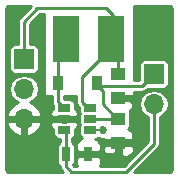
<source format=gtl>
G04 #@! TF.FileFunction,Copper,L1,Top,Signal*
%FSLAX46Y46*%
G04 Gerber Fmt 4.6, Leading zero omitted, Abs format (unit mm)*
G04 Created by KiCad (PCBNEW 4.0.6) date 07/26/17 22:00:31*
%MOMM*%
%LPD*%
G01*
G04 APERTURE LIST*
%ADD10C,0.100000*%
%ADD11R,1.060000X0.650000*%
%ADD12R,1.250000X1.000000*%
%ADD13R,1.700000X1.700000*%
%ADD14O,1.700000X1.700000*%
%ADD15R,2.200000X3.900000*%
%ADD16R,0.700000X1.300000*%
%ADD17R,0.900000X1.200000*%
%ADD18C,0.685800*%
%ADD19C,0.254000*%
%ADD20C,0.152400*%
G04 APERTURE END LIST*
D10*
D11*
X105400000Y-94090000D03*
X105400000Y-95040000D03*
X105400000Y-95990000D03*
X107600000Y-95990000D03*
X107600000Y-94090000D03*
X107600000Y-95040000D03*
D12*
X110000000Y-95040000D03*
X110000000Y-97040000D03*
X110000000Y-91230000D03*
X110000000Y-93230000D03*
D13*
X113000000Y-91230000D03*
D14*
X113000000Y-93770000D03*
D15*
X109400000Y-88250000D03*
X105600000Y-88250000D03*
D16*
X105550000Y-98000000D03*
X107450000Y-98000000D03*
D13*
X102000000Y-89960000D03*
D14*
X102000000Y-92500000D03*
X102000000Y-95040000D03*
D17*
X108150000Y-92000000D03*
X104850000Y-92000000D03*
D18*
X108700000Y-95990000D03*
D19*
X109400000Y-88250000D02*
X109400000Y-89000000D01*
X109400000Y-89000000D02*
X106910000Y-91490000D01*
X106910000Y-93610000D02*
X107390000Y-94090000D01*
X106910000Y-91490000D02*
X106910000Y-93610000D01*
X107390000Y-94090000D02*
X107600000Y-94090000D01*
X109400000Y-88250000D02*
X110000000Y-88850000D01*
X110000000Y-88850000D02*
X110000000Y-91230000D01*
X102000000Y-89960000D02*
X102000000Y-86780000D01*
X103140000Y-85640000D02*
X108980000Y-85640000D01*
X108980000Y-85640000D02*
X109550000Y-86210000D01*
X109550000Y-86210000D02*
X109550000Y-88300000D01*
X102000000Y-86780000D02*
X103140000Y-85640000D01*
X109550000Y-90020000D02*
X109550000Y-88300000D01*
X109550000Y-86420000D02*
X109550000Y-88700000D01*
X110000000Y-97040000D02*
X110000000Y-97600000D01*
X109600000Y-98000000D02*
X107500000Y-98000000D01*
X110000000Y-97600000D02*
X109600000Y-98000000D01*
X110000000Y-93230000D02*
X110820000Y-93230000D01*
X110850000Y-97040000D02*
X110000000Y-97040000D01*
X111240000Y-96650000D02*
X110850000Y-97040000D01*
X111240000Y-93650000D02*
X111240000Y-96650000D01*
X110820000Y-93230000D02*
X111240000Y-93650000D01*
X102000000Y-95040000D02*
X105400000Y-95040000D01*
X108150000Y-92150000D02*
X108150000Y-92000000D01*
X108660000Y-92660000D02*
X108150000Y-92150000D01*
X108660000Y-93800000D02*
X108660000Y-92660000D01*
X109900000Y-95040000D02*
X108660000Y-93800000D01*
X110000000Y-95040000D02*
X109900000Y-95040000D01*
X113000000Y-91230000D02*
X112000000Y-92230000D01*
X112000000Y-92230000D02*
X108380000Y-92230000D01*
X108380000Y-92230000D02*
X108150000Y-92000000D01*
X107600000Y-95040000D02*
X110000000Y-95040000D01*
X113000000Y-93770000D02*
X113000000Y-97150000D01*
X105550000Y-99040000D02*
X105550000Y-98000000D01*
X105990000Y-99480000D02*
X105550000Y-99040000D01*
X110670000Y-99480000D02*
X105990000Y-99480000D01*
X113000000Y-97150000D02*
X110670000Y-99480000D01*
X105400000Y-95990000D02*
X105550000Y-96140000D01*
X105550000Y-96140000D02*
X105550000Y-98000000D01*
D20*
X107600000Y-95990000D02*
X108700000Y-95990000D01*
D19*
X104850000Y-92000000D02*
X104850000Y-93540000D01*
X104850000Y-93540000D02*
X105400000Y-94090000D01*
D20*
X104850000Y-91880000D02*
X105100000Y-92130000D01*
D19*
X104850000Y-88300000D02*
X104850000Y-91880000D01*
G36*
X101640790Y-86420790D02*
X101530669Y-86585597D01*
X101492000Y-86780000D01*
X101492000Y-88721536D01*
X101150000Y-88721536D01*
X101008810Y-88748103D01*
X100879135Y-88831546D01*
X100792141Y-88958866D01*
X100761536Y-89110000D01*
X100761536Y-90810000D01*
X100788103Y-90951190D01*
X100871546Y-91080865D01*
X100998866Y-91167859D01*
X101150000Y-91198464D01*
X102850000Y-91198464D01*
X102991190Y-91171897D01*
X103120865Y-91088454D01*
X103207859Y-90961134D01*
X103238464Y-90810000D01*
X103238464Y-89110000D01*
X103211897Y-88968810D01*
X103128454Y-88839135D01*
X103001134Y-88752141D01*
X102850000Y-88721536D01*
X102508000Y-88721536D01*
X102508000Y-86990420D01*
X103350421Y-86148000D01*
X103673000Y-86148000D01*
X103673000Y-93000000D01*
X103683006Y-93049410D01*
X103711447Y-93091035D01*
X103753841Y-93118315D01*
X103800000Y-93127000D01*
X104342000Y-93127000D01*
X104342000Y-93540000D01*
X104380669Y-93734403D01*
X104481536Y-93885360D01*
X104481536Y-94133603D01*
X104481526Y-94133607D01*
X104288607Y-94326525D01*
X104184200Y-94578586D01*
X104184200Y-94706050D01*
X104355650Y-94877500D01*
X105209500Y-94877500D01*
X105209500Y-94829500D01*
X105590500Y-94829500D01*
X105590500Y-94877500D01*
X106444350Y-94877500D01*
X106615800Y-94706050D01*
X106615800Y-94578586D01*
X106511393Y-94326525D01*
X106318474Y-94133607D01*
X106318464Y-94133603D01*
X106318464Y-93765000D01*
X106291897Y-93623810D01*
X106208454Y-93494135D01*
X106081134Y-93407141D01*
X105930000Y-93376536D01*
X105404956Y-93376536D01*
X105358000Y-93329580D01*
X105358000Y-93127000D01*
X106402000Y-93127000D01*
X106402000Y-93610000D01*
X106440669Y-93804403D01*
X106550790Y-93969210D01*
X106681536Y-94099956D01*
X106681536Y-94415000D01*
X106708103Y-94556190D01*
X106712605Y-94563187D01*
X106712141Y-94563866D01*
X106681536Y-94715000D01*
X106681536Y-95365000D01*
X106708103Y-95506190D01*
X106712605Y-95513187D01*
X106712141Y-95513866D01*
X106681536Y-95665000D01*
X106681536Y-96315000D01*
X106708103Y-96456190D01*
X106791546Y-96585865D01*
X106918866Y-96672859D01*
X106934861Y-96676098D01*
X106711526Y-96768607D01*
X106518607Y-96961525D01*
X106414200Y-97213586D01*
X106414200Y-97638050D01*
X106585650Y-97809500D01*
X107275000Y-97809500D01*
X107275000Y-97789500D01*
X107625000Y-97789500D01*
X107625000Y-97809500D01*
X108314350Y-97809500D01*
X108485800Y-97638050D01*
X108485800Y-97401950D01*
X108689200Y-97401950D01*
X108689200Y-97676414D01*
X108793607Y-97928474D01*
X108986525Y-98121393D01*
X109238586Y-98225800D01*
X109638050Y-98225800D01*
X109809500Y-98054350D01*
X109809500Y-97230500D01*
X110190500Y-97230500D01*
X110190500Y-98054350D01*
X110361950Y-98225800D01*
X110761414Y-98225800D01*
X111013475Y-98121393D01*
X111206393Y-97928474D01*
X111310800Y-97676414D01*
X111310800Y-97401950D01*
X111139350Y-97230500D01*
X110190500Y-97230500D01*
X109809500Y-97230500D01*
X108860650Y-97230500D01*
X108689200Y-97401950D01*
X108485800Y-97401950D01*
X108485800Y-97213586D01*
X108381393Y-96961525D01*
X108188474Y-96768607D01*
X108031205Y-96703464D01*
X108130000Y-96703464D01*
X108271190Y-96676897D01*
X108347818Y-96627589D01*
X108555376Y-96713774D01*
X108725072Y-96713922D01*
X108860650Y-96849500D01*
X109809500Y-96849500D01*
X109809500Y-96829500D01*
X110190500Y-96829500D01*
X110190500Y-96849500D01*
X111139350Y-96849500D01*
X111310800Y-96678050D01*
X111310800Y-96403586D01*
X111206393Y-96151526D01*
X111013475Y-95958607D01*
X110809415Y-95874083D01*
X110895865Y-95818454D01*
X110982859Y-95691134D01*
X111013464Y-95540000D01*
X111013464Y-94540000D01*
X110986897Y-94398810D01*
X110948077Y-94338482D01*
X111013475Y-94311393D01*
X111206393Y-94118474D01*
X111310800Y-93866414D01*
X111310800Y-93591950D01*
X111139350Y-93420500D01*
X110190500Y-93420500D01*
X110190500Y-93440500D01*
X109809500Y-93440500D01*
X109809500Y-93420500D01*
X109789500Y-93420500D01*
X109789500Y-93127000D01*
X111200000Y-93127000D01*
X111249410Y-93116994D01*
X111291035Y-93088553D01*
X111318315Y-93046159D01*
X111327000Y-93000000D01*
X111327000Y-92738000D01*
X112000000Y-92738000D01*
X112194403Y-92699331D01*
X112359210Y-92589210D01*
X112479956Y-92468464D01*
X113850000Y-92468464D01*
X113991190Y-92441897D01*
X114120865Y-92358454D01*
X114207859Y-92231134D01*
X114238464Y-92080000D01*
X114238464Y-90380000D01*
X114211897Y-90238810D01*
X114128454Y-90109135D01*
X114001134Y-90022141D01*
X113850000Y-89991536D01*
X112150000Y-89991536D01*
X112008810Y-90018103D01*
X111879135Y-90101546D01*
X111792141Y-90228866D01*
X111761536Y-90380000D01*
X111761536Y-91722000D01*
X111327000Y-91722000D01*
X111327000Y-85456000D01*
X114155089Y-85456000D01*
X114328224Y-85490438D01*
X114436928Y-85563073D01*
X114509562Y-85671777D01*
X114544000Y-85844911D01*
X114544000Y-99155089D01*
X114509562Y-99328223D01*
X114436928Y-99436927D01*
X114328224Y-99509562D01*
X114155089Y-99544000D01*
X111324420Y-99544000D01*
X113359211Y-97509210D01*
X113469331Y-97344403D01*
X113508000Y-97150000D01*
X113508000Y-94898743D01*
X113894565Y-94640448D01*
X114161413Y-94241083D01*
X114255117Y-93770000D01*
X114161413Y-93298917D01*
X113894565Y-92899552D01*
X113495200Y-92632704D01*
X113024117Y-92539000D01*
X112975883Y-92539000D01*
X112504800Y-92632704D01*
X112105435Y-92899552D01*
X111838587Y-93298917D01*
X111744883Y-93770000D01*
X111838587Y-94241083D01*
X112105435Y-94640448D01*
X112492000Y-94898743D01*
X112492000Y-96939579D01*
X110459580Y-98972000D01*
X108408928Y-98972000D01*
X108485800Y-98786414D01*
X108485800Y-98361950D01*
X108314350Y-98190500D01*
X107625000Y-98190500D01*
X107625000Y-98210500D01*
X107275000Y-98210500D01*
X107275000Y-98190500D01*
X106585650Y-98190500D01*
X106414200Y-98361950D01*
X106414200Y-98786414D01*
X106491072Y-98972000D01*
X106200420Y-98972000D01*
X106162352Y-98933932D01*
X106170865Y-98928454D01*
X106257859Y-98801134D01*
X106288464Y-98650000D01*
X106288464Y-97350000D01*
X106261897Y-97208810D01*
X106178454Y-97079135D01*
X106058000Y-96996832D01*
X106058000Y-96679379D01*
X106071190Y-96676897D01*
X106200865Y-96593454D01*
X106287859Y-96466134D01*
X106318464Y-96315000D01*
X106318464Y-95946397D01*
X106318474Y-95946393D01*
X106511393Y-95753475D01*
X106615800Y-95501414D01*
X106615800Y-95373950D01*
X106444350Y-95202500D01*
X105590500Y-95202500D01*
X105590500Y-95250500D01*
X105209500Y-95250500D01*
X105209500Y-95202500D01*
X104355650Y-95202500D01*
X104184200Y-95373950D01*
X104184200Y-95501414D01*
X104288607Y-95753475D01*
X104481526Y-95946393D01*
X104481536Y-95946397D01*
X104481536Y-96315000D01*
X104508103Y-96456190D01*
X104591546Y-96585865D01*
X104718866Y-96672859D01*
X104870000Y-96703464D01*
X105042000Y-96703464D01*
X105042000Y-96998920D01*
X104929135Y-97071546D01*
X104842141Y-97198866D01*
X104811536Y-97350000D01*
X104811536Y-98650000D01*
X104838103Y-98791190D01*
X104921546Y-98920865D01*
X105042000Y-99003168D01*
X105042000Y-99040000D01*
X105080669Y-99234403D01*
X105190790Y-99399210D01*
X105335580Y-99544000D01*
X100844911Y-99544000D01*
X100671777Y-99509562D01*
X100563073Y-99436928D01*
X100490438Y-99328224D01*
X100456000Y-99155089D01*
X100456000Y-95466551D01*
X100524624Y-95466551D01*
X100655123Y-95781640D01*
X101041309Y-96239848D01*
X101573447Y-96515390D01*
X101809500Y-96392503D01*
X101809500Y-95230500D01*
X102190500Y-95230500D01*
X102190500Y-96392503D01*
X102426553Y-96515390D01*
X102958691Y-96239848D01*
X103344877Y-95781640D01*
X103475376Y-95466551D01*
X103350985Y-95230500D01*
X102190500Y-95230500D01*
X101809500Y-95230500D01*
X100649015Y-95230500D01*
X100524624Y-95466551D01*
X100456000Y-95466551D01*
X100456000Y-94613449D01*
X100524624Y-94613449D01*
X100649015Y-94849500D01*
X101809500Y-94849500D01*
X101809500Y-94829500D01*
X102190500Y-94829500D01*
X102190500Y-94849500D01*
X103350985Y-94849500D01*
X103475376Y-94613449D01*
X103344877Y-94298360D01*
X102958691Y-93840152D01*
X102526516Y-93616371D01*
X102894565Y-93370448D01*
X103161413Y-92971083D01*
X103255117Y-92500000D01*
X103161413Y-92028917D01*
X102894565Y-91629552D01*
X102495200Y-91362704D01*
X102024117Y-91269000D01*
X101975883Y-91269000D01*
X101504800Y-91362704D01*
X101105435Y-91629552D01*
X100838587Y-92028917D01*
X100744883Y-92500000D01*
X100838587Y-92971083D01*
X101105435Y-93370448D01*
X101473484Y-93616371D01*
X101041309Y-93840152D01*
X100655123Y-94298360D01*
X100524624Y-94613449D01*
X100456000Y-94613449D01*
X100456000Y-85844911D01*
X100490438Y-85671776D01*
X100563073Y-85563072D01*
X100671777Y-85490438D01*
X100844911Y-85456000D01*
X102605579Y-85456000D01*
X101640790Y-86420790D01*
X101640790Y-86420790D01*
G37*
X101640790Y-86420790D02*
X101530669Y-86585597D01*
X101492000Y-86780000D01*
X101492000Y-88721536D01*
X101150000Y-88721536D01*
X101008810Y-88748103D01*
X100879135Y-88831546D01*
X100792141Y-88958866D01*
X100761536Y-89110000D01*
X100761536Y-90810000D01*
X100788103Y-90951190D01*
X100871546Y-91080865D01*
X100998866Y-91167859D01*
X101150000Y-91198464D01*
X102850000Y-91198464D01*
X102991190Y-91171897D01*
X103120865Y-91088454D01*
X103207859Y-90961134D01*
X103238464Y-90810000D01*
X103238464Y-89110000D01*
X103211897Y-88968810D01*
X103128454Y-88839135D01*
X103001134Y-88752141D01*
X102850000Y-88721536D01*
X102508000Y-88721536D01*
X102508000Y-86990420D01*
X103350421Y-86148000D01*
X103673000Y-86148000D01*
X103673000Y-93000000D01*
X103683006Y-93049410D01*
X103711447Y-93091035D01*
X103753841Y-93118315D01*
X103800000Y-93127000D01*
X104342000Y-93127000D01*
X104342000Y-93540000D01*
X104380669Y-93734403D01*
X104481536Y-93885360D01*
X104481536Y-94133603D01*
X104481526Y-94133607D01*
X104288607Y-94326525D01*
X104184200Y-94578586D01*
X104184200Y-94706050D01*
X104355650Y-94877500D01*
X105209500Y-94877500D01*
X105209500Y-94829500D01*
X105590500Y-94829500D01*
X105590500Y-94877500D01*
X106444350Y-94877500D01*
X106615800Y-94706050D01*
X106615800Y-94578586D01*
X106511393Y-94326525D01*
X106318474Y-94133607D01*
X106318464Y-94133603D01*
X106318464Y-93765000D01*
X106291897Y-93623810D01*
X106208454Y-93494135D01*
X106081134Y-93407141D01*
X105930000Y-93376536D01*
X105404956Y-93376536D01*
X105358000Y-93329580D01*
X105358000Y-93127000D01*
X106402000Y-93127000D01*
X106402000Y-93610000D01*
X106440669Y-93804403D01*
X106550790Y-93969210D01*
X106681536Y-94099956D01*
X106681536Y-94415000D01*
X106708103Y-94556190D01*
X106712605Y-94563187D01*
X106712141Y-94563866D01*
X106681536Y-94715000D01*
X106681536Y-95365000D01*
X106708103Y-95506190D01*
X106712605Y-95513187D01*
X106712141Y-95513866D01*
X106681536Y-95665000D01*
X106681536Y-96315000D01*
X106708103Y-96456190D01*
X106791546Y-96585865D01*
X106918866Y-96672859D01*
X106934861Y-96676098D01*
X106711526Y-96768607D01*
X106518607Y-96961525D01*
X106414200Y-97213586D01*
X106414200Y-97638050D01*
X106585650Y-97809500D01*
X107275000Y-97809500D01*
X107275000Y-97789500D01*
X107625000Y-97789500D01*
X107625000Y-97809500D01*
X108314350Y-97809500D01*
X108485800Y-97638050D01*
X108485800Y-97401950D01*
X108689200Y-97401950D01*
X108689200Y-97676414D01*
X108793607Y-97928474D01*
X108986525Y-98121393D01*
X109238586Y-98225800D01*
X109638050Y-98225800D01*
X109809500Y-98054350D01*
X109809500Y-97230500D01*
X110190500Y-97230500D01*
X110190500Y-98054350D01*
X110361950Y-98225800D01*
X110761414Y-98225800D01*
X111013475Y-98121393D01*
X111206393Y-97928474D01*
X111310800Y-97676414D01*
X111310800Y-97401950D01*
X111139350Y-97230500D01*
X110190500Y-97230500D01*
X109809500Y-97230500D01*
X108860650Y-97230500D01*
X108689200Y-97401950D01*
X108485800Y-97401950D01*
X108485800Y-97213586D01*
X108381393Y-96961525D01*
X108188474Y-96768607D01*
X108031205Y-96703464D01*
X108130000Y-96703464D01*
X108271190Y-96676897D01*
X108347818Y-96627589D01*
X108555376Y-96713774D01*
X108725072Y-96713922D01*
X108860650Y-96849500D01*
X109809500Y-96849500D01*
X109809500Y-96829500D01*
X110190500Y-96829500D01*
X110190500Y-96849500D01*
X111139350Y-96849500D01*
X111310800Y-96678050D01*
X111310800Y-96403586D01*
X111206393Y-96151526D01*
X111013475Y-95958607D01*
X110809415Y-95874083D01*
X110895865Y-95818454D01*
X110982859Y-95691134D01*
X111013464Y-95540000D01*
X111013464Y-94540000D01*
X110986897Y-94398810D01*
X110948077Y-94338482D01*
X111013475Y-94311393D01*
X111206393Y-94118474D01*
X111310800Y-93866414D01*
X111310800Y-93591950D01*
X111139350Y-93420500D01*
X110190500Y-93420500D01*
X110190500Y-93440500D01*
X109809500Y-93440500D01*
X109809500Y-93420500D01*
X109789500Y-93420500D01*
X109789500Y-93127000D01*
X111200000Y-93127000D01*
X111249410Y-93116994D01*
X111291035Y-93088553D01*
X111318315Y-93046159D01*
X111327000Y-93000000D01*
X111327000Y-92738000D01*
X112000000Y-92738000D01*
X112194403Y-92699331D01*
X112359210Y-92589210D01*
X112479956Y-92468464D01*
X113850000Y-92468464D01*
X113991190Y-92441897D01*
X114120865Y-92358454D01*
X114207859Y-92231134D01*
X114238464Y-92080000D01*
X114238464Y-90380000D01*
X114211897Y-90238810D01*
X114128454Y-90109135D01*
X114001134Y-90022141D01*
X113850000Y-89991536D01*
X112150000Y-89991536D01*
X112008810Y-90018103D01*
X111879135Y-90101546D01*
X111792141Y-90228866D01*
X111761536Y-90380000D01*
X111761536Y-91722000D01*
X111327000Y-91722000D01*
X111327000Y-85456000D01*
X114155089Y-85456000D01*
X114328224Y-85490438D01*
X114436928Y-85563073D01*
X114509562Y-85671777D01*
X114544000Y-85844911D01*
X114544000Y-99155089D01*
X114509562Y-99328223D01*
X114436928Y-99436927D01*
X114328224Y-99509562D01*
X114155089Y-99544000D01*
X111324420Y-99544000D01*
X113359211Y-97509210D01*
X113469331Y-97344403D01*
X113508000Y-97150000D01*
X113508000Y-94898743D01*
X113894565Y-94640448D01*
X114161413Y-94241083D01*
X114255117Y-93770000D01*
X114161413Y-93298917D01*
X113894565Y-92899552D01*
X113495200Y-92632704D01*
X113024117Y-92539000D01*
X112975883Y-92539000D01*
X112504800Y-92632704D01*
X112105435Y-92899552D01*
X111838587Y-93298917D01*
X111744883Y-93770000D01*
X111838587Y-94241083D01*
X112105435Y-94640448D01*
X112492000Y-94898743D01*
X112492000Y-96939579D01*
X110459580Y-98972000D01*
X108408928Y-98972000D01*
X108485800Y-98786414D01*
X108485800Y-98361950D01*
X108314350Y-98190500D01*
X107625000Y-98190500D01*
X107625000Y-98210500D01*
X107275000Y-98210500D01*
X107275000Y-98190500D01*
X106585650Y-98190500D01*
X106414200Y-98361950D01*
X106414200Y-98786414D01*
X106491072Y-98972000D01*
X106200420Y-98972000D01*
X106162352Y-98933932D01*
X106170865Y-98928454D01*
X106257859Y-98801134D01*
X106288464Y-98650000D01*
X106288464Y-97350000D01*
X106261897Y-97208810D01*
X106178454Y-97079135D01*
X106058000Y-96996832D01*
X106058000Y-96679379D01*
X106071190Y-96676897D01*
X106200865Y-96593454D01*
X106287859Y-96466134D01*
X106318464Y-96315000D01*
X106318464Y-95946397D01*
X106318474Y-95946393D01*
X106511393Y-95753475D01*
X106615800Y-95501414D01*
X106615800Y-95373950D01*
X106444350Y-95202500D01*
X105590500Y-95202500D01*
X105590500Y-95250500D01*
X105209500Y-95250500D01*
X105209500Y-95202500D01*
X104355650Y-95202500D01*
X104184200Y-95373950D01*
X104184200Y-95501414D01*
X104288607Y-95753475D01*
X104481526Y-95946393D01*
X104481536Y-95946397D01*
X104481536Y-96315000D01*
X104508103Y-96456190D01*
X104591546Y-96585865D01*
X104718866Y-96672859D01*
X104870000Y-96703464D01*
X105042000Y-96703464D01*
X105042000Y-96998920D01*
X104929135Y-97071546D01*
X104842141Y-97198866D01*
X104811536Y-97350000D01*
X104811536Y-98650000D01*
X104838103Y-98791190D01*
X104921546Y-98920865D01*
X105042000Y-99003168D01*
X105042000Y-99040000D01*
X105080669Y-99234403D01*
X105190790Y-99399210D01*
X105335580Y-99544000D01*
X100844911Y-99544000D01*
X100671777Y-99509562D01*
X100563073Y-99436928D01*
X100490438Y-99328224D01*
X100456000Y-99155089D01*
X100456000Y-95466551D01*
X100524624Y-95466551D01*
X100655123Y-95781640D01*
X101041309Y-96239848D01*
X101573447Y-96515390D01*
X101809500Y-96392503D01*
X101809500Y-95230500D01*
X102190500Y-95230500D01*
X102190500Y-96392503D01*
X102426553Y-96515390D01*
X102958691Y-96239848D01*
X103344877Y-95781640D01*
X103475376Y-95466551D01*
X103350985Y-95230500D01*
X102190500Y-95230500D01*
X101809500Y-95230500D01*
X100649015Y-95230500D01*
X100524624Y-95466551D01*
X100456000Y-95466551D01*
X100456000Y-94613449D01*
X100524624Y-94613449D01*
X100649015Y-94849500D01*
X101809500Y-94849500D01*
X101809500Y-94829500D01*
X102190500Y-94829500D01*
X102190500Y-94849500D01*
X103350985Y-94849500D01*
X103475376Y-94613449D01*
X103344877Y-94298360D01*
X102958691Y-93840152D01*
X102526516Y-93616371D01*
X102894565Y-93370448D01*
X103161413Y-92971083D01*
X103255117Y-92500000D01*
X103161413Y-92028917D01*
X102894565Y-91629552D01*
X102495200Y-91362704D01*
X102024117Y-91269000D01*
X101975883Y-91269000D01*
X101504800Y-91362704D01*
X101105435Y-91629552D01*
X100838587Y-92028917D01*
X100744883Y-92500000D01*
X100838587Y-92971083D01*
X101105435Y-93370448D01*
X101473484Y-93616371D01*
X101041309Y-93840152D01*
X100655123Y-94298360D01*
X100524624Y-94613449D01*
X100456000Y-94613449D01*
X100456000Y-85844911D01*
X100490438Y-85671776D01*
X100563073Y-85563072D01*
X100671777Y-85490438D01*
X100844911Y-85456000D01*
X102605579Y-85456000D01*
X101640790Y-86420790D01*
M02*

</source>
